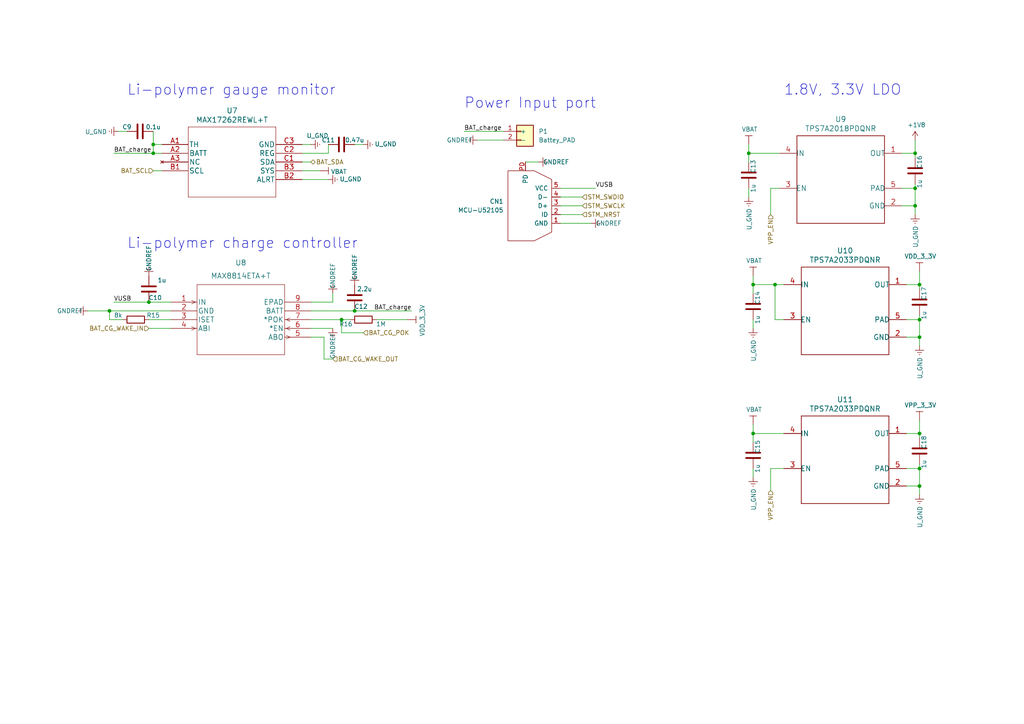
<source format=kicad_sch>
(kicad_sch (version 20211123) (generator eeschema)
  (paper "A4")
  (lib_symbols
    (symbol "Device:C" (pin_numbers hide) (pin_names (offset 0.254))
      (property "Reference" "C" (at 0.635 2.54 0))
      (property "Value" "C" (at 0.635 -2.54 0))
      (symbol "C_0_1"
        (polyline (pts (xy -2.032 -0.762) (xy 2.032 -0.762)) (stroke (width 0.508)))
        (polyline (pts (xy -2.032 0.762) (xy 2.032 0.762)) (stroke (width 0.508)))
      )
      (symbol "C_1_1"
        (pin passive line (at 0 3.81 270) (length 2.794) (name "~") (number "1"))
        (pin passive line (at 0 -3.81 90) (length 2.794) (name "~") (number "2"))
      )
    )
    (symbol "Device:R" (pin_numbers hide) (pin_names (offset 0))
      (property "Reference" "R" (at 2.032 0 90))
      (property "Value" "R" (at 0 0 90))
      (symbol "R_0_1"
        (rectangle (start -1.016 -2.54) (end 1.016 2.54) (stroke (width 0.254)))
      )
      (symbol "R_1_1"
        (pin passive line (at 0 3.81 270) (length 1.27) (name "~") (number "1"))
        (pin passive line (at 0 -3.81 90) (length 1.27) (name "~") (number "2"))
      )
    )
    (symbol "User_library:Battey_PAD" (pin_names (offset 1.016))
      (property "Reference" "P" (at 1.016 3.048 0))
      (property "Value" "Battey_PAD" (at 0.508 -5.842 0))
      (symbol "Battey_PAD_1_1"
        (rectangle (start -1.27 -2.413) (end 0 -2.667) (stroke (width 0.1524)))
        (rectangle (start -1.27 0.127) (end 0 -0.127) (stroke (width 0.1524)))
        (rectangle (start -1.27 1.778) (end 3.556 -4.318) (stroke (width 0.254)) (fill (type background)))
        (pin power_in line (at -5.08 0 0) (length 3.81) (name "+") (number "1"))
        (pin power_out line (at -5.08 -2.54 0) (length 3.81) (name "-") (number "2"))
      )
    )
    (symbol "User_library:MAX8814ETA+T" (pin_names (offset 0.254))
      (property "Reference" "U" (at 20.32 10.16 0))
      (property "Value" "MAX8814ETA+T" (at 20.32 7.62 0))
      (symbol "MAX8814ETA+T_1_1"
        (polyline (pts (xy 7.112 -7.62) (xy 6.0452 -8.128)) (stroke (width 0.127)))
        (polyline (pts (xy 7.112 -7.62) (xy 6.0452 -7.112)) (stroke (width 0.127)))
        (polyline (pts (xy 7.112 0) (xy 6.0452 -0.508)) (stroke (width 0.127)))
        (polyline (pts (xy 7.112 0) (xy 6.0452 0.508)) (stroke (width 0.127)))
        (polyline (pts (xy 7.62 -15.24) (xy 33.02 -15.24)) (stroke (width 0.127)))
        (polyline (pts (xy 7.62 5.08) (xy 7.62 -15.24)) (stroke (width 0.127)))
        (polyline (pts (xy 33.02 -15.24) (xy 33.02 5.08)) (stroke (width 0.127)))
        (polyline (pts (xy 33.02 5.08) (xy 7.62 5.08)) (stroke (width 0.127)))
        (polyline (pts (xy 33.528 -10.668) (xy 34.5948 -10.16)) (stroke (width 0.127)))
        (polyline (pts (xy 33.528 -9.652) (xy 34.5948 -10.16)) (stroke (width 0.127)))
        (polyline (pts (xy 33.528 -7.62) (xy 34.5948 -8.128)) (stroke (width 0.127)))
        (polyline (pts (xy 33.528 -7.62) (xy 34.5948 -7.112)) (stroke (width 0.127)))
        (polyline (pts (xy 33.528 -5.08) (xy 34.5948 -5.588)) (stroke (width 0.127)))
        (polyline (pts (xy 33.528 -5.08) (xy 34.5948 -4.572)) (stroke (width 0.127)))
        (pin input line (at 0 0 0) (length 7.62) (name "IN") (number "1"))
        (pin power_in line (at 0 -2.54 0) (length 7.62) (name "GND") (number "2"))
        (pin unspecified line (at 0 -5.08 0) (length 7.62) (name "ISET") (number "3"))
        (pin input line (at 0 -7.62 0) (length 7.62) (name "ABI") (number "4"))
        (pin output line (at 40.64 -10.16 180) (length 7.62) (name "ABO") (number "5"))
        (pin input line (at 40.64 -7.62 180) (length 7.62) (name "*EN") (number "6"))
        (pin input line (at 40.64 -5.08 180) (length 7.62) (name "*POK") (number "7"))
        (pin power_in line (at 40.64 -2.54 180) (length 7.62) (name "BATT") (number "8"))
        (pin unspecified line (at 40.64 0 180) (length 7.62) (name "EPAD") (number "9"))
      )
    )
    (symbol "User_library:MCU-U52105" (pin_names (offset 1.016))
      (property "Reference" "CN" (at 10.16 16.51 0))
      (property "Value" "MCU-U52105" (at 10.16 13.97 0))
      (symbol "MCU-U52105_0_1"
        (polyline (pts (xy 2.54 0) (xy 0 5.08) (xy 0 12.7) (xy 20.32 12.7) (xy 20.32 5.08) (xy 17.78 0) (xy 2.54 0)))
      )
      (symbol "MCU-U52105_1_1"
        (pin power_out line (at 5.08 -2.54 90) (length 2.54) (name "GND") (number "1"))
        (pin bidirectional line (at 7.62 -2.54 90) (length 2.54) (name "ID") (number "2"))
        (pin bidirectional line (at 10.16 -2.54 90) (length 2.54) (name "D+") (number "3"))
        (pin bidirectional line (at 12.7 -2.54 90) (length 2.54) (name "D-") (number "4"))
        (pin power_in line (at 15.24 -2.54 90) (length 2.54) (name "VCC") (number "5"))
        (pin bidirectional line (at 22.86 7.62 180) (length 2.54) (name "PD") (number "PD"))
      )
    )
    (symbol "User_library:TPS7A2018PDQNR" (pin_names (offset -0.254))
      (property "Reference" "U" (at -11.43 13.97 0))
      (property "Value" "User_library_TPS7A2018PDQNR" (at 0 -13.97 0))
      (symbol "TPS7A2018PDQNR_1_1"
        (polyline (pts (xy -12.7 -12.7) (xy 12.7 -12.7)) (stroke (width 0.2032)))
        (polyline (pts (xy -12.7 12.7) (xy -12.7 -12.7)) (stroke (width 0.2032)))
        (polyline (pts (xy 12.7 -12.7) (xy 12.7 12.7)) (stroke (width 0.2032)))
        (polyline (pts (xy 12.7 12.7) (xy -12.7 12.7)) (stroke (width 0.2032)))
        (pin power_in line (at 17.78 7.62 180) (length 5.08) (name "OUT") (number "1"))
        (pin power_in line (at 17.78 -7.62 180) (length 5.08) (name "GND") (number "2"))
        (pin input line (at -17.78 -2.54 0) (length 5.08) (name "EN") (number "3"))
        (pin power_in line (at -17.78 7.62 0) (length 5.08) (name "IN") (number "4"))
        (pin unspecified line (at 17.78 -2.54 180) (length 5.08) (name "PAD") (number "5"))
      )
    )
    (symbol "User_library:TPS7A2033PDQNR" (pin_names (offset -0.254))
      (property "Reference" "U" (at -11.43 13.97 0))
      (property "Value" "User_library_TPS7A2033PDQNR" (at 0 -13.97 0))
      (symbol "TPS7A2033PDQNR_1_1"
        (polyline (pts (xy -12.7 -12.7) (xy 12.7 -12.7)) (stroke (width 0.2032)))
        (polyline (pts (xy -12.7 12.7) (xy -12.7 -12.7)) (stroke (width 0.2032)))
        (polyline (pts (xy 12.7 -12.7) (xy 12.7 12.7)) (stroke (width 0.2032)))
        (polyline (pts (xy 12.7 12.7) (xy -12.7 12.7)) (stroke (width 0.2032)))
        (pin power_in line (at 17.78 7.62 180) (length 5.08) (name "OUT") (number "1"))
        (pin power_in line (at 17.78 -7.62 180) (length 5.08) (name "GND") (number "2"))
        (pin input line (at -17.78 -2.54 0) (length 5.08) (name "EN") (number "3"))
        (pin power_in line (at -17.78 7.62 0) (length 5.08) (name "IN") (number "4"))
        (pin unspecified line (at 17.78 -2.54 180) (length 5.08) (name "PAD") (number "5"))
      )
    )
    (symbol "User_power:GND" (power) (pin_names (offset 0))
      (property "Value" "User_power_GND" (at 0 -3.81 0))
      (symbol "GND_0_1"
        (polyline (pts (xy -0.635 -1.905) (xy 0.635 -1.905)))
        (polyline (pts (xy -0.127 -2.54) (xy 0.127 -2.54)))
        (polyline (pts (xy 0 -1.27) (xy 0 0)))
        (polyline (pts (xy 1.27 -1.27) (xy -1.27 -1.27)))
      )
      (symbol "GND_1_1"
        (pin power_in line (at 0 0 270) (length 0) hide (name "U_GND") (number "1"))
      )
    )
    (symbol "User_power:VBAT" (power) (pin_names (offset 0))
      (property "Value" "User_power_VBAT" (at 0 3.81 0))
      (symbol "VBAT_0_1"
        (polyline (pts (xy -1.016 2.54) (xy 0 2.54)))
        (polyline (pts (xy 0 0) (xy 0 2.54)))
        (polyline (pts (xy 0 2.54) (xy 1.016 2.54)))
      )
      (symbol "VBAT_1_1"
        (pin power_in line (at 0 0 90) (length 0) hide (name "VBAT") (number "1"))
      )
    )
    (symbol "User_power:VDD_3.3V" (power) (pin_names (offset 0))
      (property "Value" "VDD_3.3V" (at 0 3.81 0))
      (symbol "VDD_3.3V_0_1"
        (polyline (pts (xy -1.016 2.54) (xy 0 2.54)))
        (polyline (pts (xy 0 0) (xy 0 2.54)))
        (polyline (pts (xy 0 2.54) (xy 1.016 2.54)))
      )
      (symbol "VDD_3.3V_1_1"
        (pin power_in line (at 0 0 90) (length 0) hide (name "VDD_3_3V") (number "1"))
      )
    )
    (symbol "User_power:VPP_3.3V" (power) (pin_names (offset 0))
      (property "Value" "User_power_VPP_3.3V" (at 0 3.81 0))
      (symbol "VPP_3.3V_0_1"
        (polyline (pts (xy -1.016 2.54) (xy 0 2.54)))
        (polyline (pts (xy 0 0) (xy 0 2.54)))
        (polyline (pts (xy 0 2.54) (xy 1.016 2.54)))
      )
      (symbol "VPP_3.3V_1_1"
        (pin power_in line (at 0 0 90) (length 0) hide (name "VPP_3_3V") (number "1"))
      )
    )
    (symbol "mcu_V1-rescue:MAX17262REWL+T-User_library" (pin_names (offset 0.254))
      (property "Reference" "U" (at 17.78 6.35 0))
      (property "Value" "MAX17262REWL+T-User_library" (at 20.32 -16.51 0))
      (symbol "MAX17262REWL+T-User_library_1_1"
        (polyline (pts (xy 7.62 -15.24) (xy 33.02 -15.24)) (stroke (width 0.127)))
        (polyline (pts (xy 7.62 5.08) (xy 7.62 -15.24)) (stroke (width 0.127)))
        (polyline (pts (xy 33.02 -15.24) (xy 33.02 5.08)) (stroke (width 0.127)))
        (polyline (pts (xy 33.02 5.08) (xy 7.62 5.08)) (stroke (width 0.127)))
        (pin input line (at 0 0 0) (length 7.62) (name "TH") (number "A1"))
        (pin unspecified line (at 0 -2.54 0) (length 7.62) (name "BATT") (number "A2"))
        (pin no_connect line (at 0 -5.08 0) (length 7.62) (name "NC") (number "A3"))
        (pin input line (at 0 -7.62 0) (length 7.62) (name "SCL") (number "B1"))
        (pin output line (at 40.64 -10.16 180) (length 7.62) (name "ALRT") (number "B2"))
        (pin unspecified line (at 40.64 -7.62 180) (length 7.62) (name "SYS") (number "B3"))
        (pin bidirectional line (at 40.64 -5.08 180) (length 7.62) (name "SDA") (number "C1"))
        (pin output line (at 40.64 -2.54 180) (length 7.62) (name "REG") (number "C2"))
        (pin power_in line (at 40.64 0 180) (length 7.62) (name "GND") (number "C3"))
      )
    )
    (symbol "power:+1V8" (power) (pin_names (offset 0))
      (property "Value" "+1V8" (at 0 3.556 0))
      (symbol "+1V8_0_1"
        (polyline (pts (xy -0.762 1.27) (xy 0 2.54)))
        (polyline (pts (xy 0 0) (xy 0 2.54)))
        (polyline (pts (xy 0 2.54) (xy 0.762 1.27)))
      )
      (symbol "+1V8_1_1"
        (pin power_in line (at 0 0 90) (length 0) hide (name "+1V8") (number "1"))
      )
    )
    (symbol "sensor_V1-rescue:GND-User_power" (power) (pin_names (offset 0))
      (property "Value" "GND-User_power" (at 0 -3.81 0))
      (symbol "GND-User_power_0_1"
        (polyline (pts (xy -0.635 -1.905) (xy 0.635 -1.905)))
        (polyline (pts (xy -0.127 -2.54) (xy 0.127 -2.54)))
        (polyline (pts (xy 0 -1.27) (xy 0 0)))
        (polyline (pts (xy 1.27 -1.27) (xy -1.27 -1.27)))
      )
      (symbol "GND-User_power_1_1"
        (pin power_in line (at 0 0 270) (length 0) hide (name "GNDREF") (number "1"))
      )
    )
  )
  (junction (at 265.43 59.69))
  (junction (at 44.45 44.45))
  (junction (at 265.43 54.61))
  (junction (at 266.7 97.79))
  (junction (at 266.7 125.73))
  (junction (at 99.06 92.71))
  (junction (at 218.44 125.73))
  (junction (at 266.7 135.89))
  (junction (at 266.7 92.71))
  (junction (at 31.75 90.17))
  (junction (at 266.7 82.55))
  (junction (at 102.87 90.17))
  (junction (at 218.44 82.55))
  (junction (at 217.17 44.45))
  (junction (at 43.18 87.63))
  (junction (at 44.45 41.91))
  (junction (at 224.79 82.55))
  (junction (at 266.7 140.97))
  (junction (at 265.43 44.45))
  (wire (pts (xy 95.25 44.45) (xy 95.25 41.91)))
  (wire (pts (xy 223.52 135.89) (xy 223.52 142.24)))
  (wire (pts (xy 266.7 83.82) (xy 266.7 82.55)))
  (wire (pts (xy 262.89 135.89) (xy 266.7 135.89)))
  (wire (pts (xy 218.44 85.09) (xy 218.44 82.55)))
  (wire (pts (xy 109.22 92.71) (xy 118.11 92.71)))
  (wire (pts (xy 266.7 125.73) (xy 266.7 121.92)))
  (wire (pts (xy 31.75 90.17) (xy 31.75 92.71)))
  (wire (pts (xy 46.99 41.91) (xy 44.45 41.91)))
  (wire (pts (xy 262.89 92.71) (xy 266.7 92.71)))
  (wire (pts (xy 218.44 82.55) (xy 218.44 80.01)))
  (wire (pts (xy 265.43 44.45) (xy 265.43 40.64)))
  (wire (pts (xy 227.33 135.89) (xy 223.52 135.89)))
  (wire (pts (xy 162.56 54.61) (xy 172.72 54.61)))
  (wire (pts (xy 266.7 82.55) (xy 262.89 82.55)))
  (wire (pts (xy 266.7 92.71) (xy 266.7 91.44)))
  (wire (pts (xy 93.98 97.79) (xy 93.98 104.14)))
  (wire (pts (xy 102.87 90.17) (xy 119.38 90.17)))
  (wire (pts (xy 99.06 92.71) (xy 99.06 96.52)))
  (wire (pts (xy 87.63 46.99) (xy 90.17 46.99)))
  (wire (pts (xy 266.7 140.97) (xy 266.7 135.89)))
  (wire (pts (xy 35.56 92.71) (xy 31.75 92.71)))
  (wire (pts (xy 266.7 97.79) (xy 266.7 92.71)))
  (wire (pts (xy 162.56 64.77) (xy 171.45 64.77)))
  (wire (pts (xy 261.62 54.61) (xy 265.43 54.61)))
  (wire (pts (xy 102.87 41.91) (xy 105.41 41.91)))
  (wire (pts (xy 44.45 44.45) (xy 46.99 44.45)))
  (wire (pts (xy 266.7 135.89) (xy 266.7 134.62)))
  (wire (pts (xy 90.17 41.91) (xy 87.63 41.91)))
  (wire (pts (xy 224.79 82.55) (xy 224.79 92.71)))
  (wire (pts (xy 265.43 45.72) (xy 265.43 44.45)))
  (wire (pts (xy 96.52 87.63) (xy 96.52 85.09)))
  (wire (pts (xy 261.62 59.69) (xy 265.43 59.69)))
  (wire (pts (xy 217.17 44.45) (xy 217.17 41.91)))
  (wire (pts (xy 90.17 95.25) (xy 96.52 95.25)))
  (wire (pts (xy 266.7 82.55) (xy 266.7 78.74)))
  (wire (pts (xy 90.17 92.71) (xy 99.06 92.71)))
  (wire (pts (xy 265.43 59.69) (xy 265.43 54.61)))
  (wire (pts (xy 218.44 92.71) (xy 218.44 95.25)))
  (wire (pts (xy 224.79 82.55) (xy 227.33 82.55)))
  (wire (pts (xy 218.44 125.73) (xy 227.33 125.73)))
  (wire (pts (xy 36.83 38.1) (xy 34.29 38.1)))
  (wire (pts (xy 218.44 82.55) (xy 224.79 82.55)))
  (wire (pts (xy 266.7 125.73) (xy 262.89 125.73)))
  (wire (pts (xy 134.62 38.1) (xy 146.05 38.1)))
  (wire (pts (xy 44.45 41.91) (xy 44.45 38.1)))
  (wire (pts (xy 266.7 127) (xy 266.7 125.73)))
  (wire (pts (xy 33.02 87.63) (xy 43.18 87.63)))
  (wire (pts (xy 223.52 54.61) (xy 226.06 54.61)))
  (wire (pts (xy 93.98 104.14) (xy 96.52 104.14)))
  (wire (pts (xy 218.44 128.27) (xy 218.44 125.73)))
  (wire (pts (xy 217.17 44.45) (xy 226.06 44.45)))
  (wire (pts (xy 90.17 97.79) (xy 93.98 97.79)))
  (wire (pts (xy 162.56 57.15) (xy 168.91 57.15)))
  (wire (pts (xy 44.45 49.53) (xy 46.99 49.53)))
  (wire (pts (xy 33.02 44.45) (xy 44.45 44.45)))
  (wire (pts (xy 152.4 46.99) (xy 156.21 46.99)))
  (wire (pts (xy 92.71 49.53) (xy 87.63 49.53)))
  (wire (pts (xy 99.06 92.71) (xy 101.6 92.71)))
  (wire (pts (xy 31.75 90.17) (xy 49.53 90.17)))
  (wire (pts (xy 262.89 97.79) (xy 266.7 97.79)))
  (wire (pts (xy 217.17 54.61) (xy 217.17 57.15)))
  (wire (pts (xy 218.44 135.89) (xy 218.44 138.43)))
  (wire (pts (xy 223.52 54.61) (xy 223.52 62.23)))
  (wire (pts (xy 43.18 92.71) (xy 49.53 92.71)))
  (wire (pts (xy 218.44 125.73) (xy 218.44 123.19)))
  (wire (pts (xy 162.56 59.69) (xy 168.91 59.69)))
  (wire (pts (xy 266.7 143.51) (xy 266.7 140.97)))
  (wire (pts (xy 217.17 46.99) (xy 217.17 44.45)))
  (wire (pts (xy 90.17 90.17) (xy 102.87 90.17)))
  (wire (pts (xy 87.63 52.07) (xy 95.25 52.07)))
  (wire (pts (xy 227.33 92.71) (xy 224.79 92.71)))
  (wire (pts (xy 265.43 44.45) (xy 261.62 44.45)))
  (wire (pts (xy 43.18 87.63) (xy 49.53 87.63)))
  (wire (pts (xy 266.7 100.33) (xy 266.7 97.79)))
  (wire (pts (xy 265.43 62.23) (xy 265.43 59.69)))
  (wire (pts (xy 87.63 44.45) (xy 95.25 44.45)))
  (wire (pts (xy 25.4 90.17) (xy 31.75 90.17)))
  (wire (pts (xy 162.56 62.23) (xy 168.91 62.23)))
  (wire (pts (xy 138.43 40.64) (xy 146.05 40.64)))
  (wire (pts (xy 105.41 96.52) (xy 99.06 96.52)))
  (wire (pts (xy 43.18 95.25) (xy 49.53 95.25)))
  (wire (pts (xy 44.45 41.91) (xy 44.45 44.45)))
  (wire (pts (xy 265.43 54.61) (xy 265.43 53.34)))
  (wire (pts (xy 262.89 140.97) (xy 266.7 140.97)))
  (wire (pts (xy 90.17 87.63) (xy 96.52 87.63)))
  (text "Power Input port" (at 134.62 31.75 0) (effects (font (size 3 3)) (justify left bottom)))
  (text "Li-polymer gauge monitor" (at 36.83 27.94 0) (effects (font (size 3 3)) (justify left bottom)))
  (text "1.8V, 3.3V LDO" (at 227.33 27.94 0) (effects (font (size 3 3)) (justify left bottom)))
  (text "Li-polymer charge controller" (at 36.83 72.39 0) (effects (font (size 3 3)) (justify left bottom)))
  (label "BAT_charge" (at 119.38 90.17 180))
  (label "VUSB" (at 33.02 87.63 0))
  (label "BAT_charge" (at 33.02 44.45 0))
  (label "BAT_charge" (at 134.62 38.1 0))
  (label "VUSB" (at 172.72 54.61 0))
  (hierarchical_label "VPP_EN" (shape input) (at 223.52 142.24 270))
  (hierarchical_label "STM_SWDIO" (shape input) (at 168.91 57.15 0))
  (hierarchical_label "STM_SWCLK" (shape input) (at 168.91 59.69 0))
  (hierarchical_label "STM_NRST" (shape input) (at 168.91 62.23 0))
  (hierarchical_label "BAT_CG_WAKE_IN" (shape input) (at 43.18 95.25 180))
  (hierarchical_label "VPP_EN" (shape input) (at 223.52 62.23 270))
  (hierarchical_label "BAT_CG_WAKE_OUT" (shape input) (at 96.52 104.14 0))
  (hierarchical_label "BAT_SCL" (shape input) (at 44.45 49.53 180))
  (hierarchical_label "BAT_CG_POK" (shape input) (at 105.41 96.52 0))
  (hierarchical_label "BAT_SDA" (shape bidirectional) (at 90.17 46.99 0))
  (symbol (lib_id "User_library:TPS7A2033PDQNR") (at 245.11 90.17 0) (unit 1)
    (property "Reference" "U10" (at 245.11 72.6948 0) (effects (font (size 1.524 1.524))))
    (property "Value" "TPS7A2033PDQNR" (at 245.11 75.3872 0) (effects (font (size 1.524 1.524))))
    (property "Footprint" "User_library:X2SON-4PIN" (effects hide))
  )
  (symbol (lib_id "Device:R") (at 39.37 92.71 90) (unit 1)
    (property "Reference" "R15" (at 44.45 91.44 90))
    (property "Value" "8k" (at 34.29 91.44 90))
    (property "Footprint" "Resistor_SMD:R_0402_1005Metric" (effects hide))
  )
  (symbol (lib_id "power:+1V8") (at 265.43 40.64 0) (unit 1)
    (property "Reference" "#PWR051" (effects hide))
    (property "Value" "+1V8" (at 265.811 36.2458 0))
  )
  (symbol (lib_id "sensor_V1-rescue:GND-User_power") (at 138.43 40.64 270) (unit 1)
    (property "Reference" "#PWR042" (effects hide))
    (property "Value" "GND" (at 133.35 40.64 90))
  )
  (symbol (lib_id "sensor_V1-rescue:GND-User_power") (at 96.52 95.25 0) (unit 1)
    (property "Reference" "#PWR038" (effects hide))
    (property "Value" "GND" (at 96.52 100.33 90))
  )
  (symbol (lib_id "User_power:GND") (at 266.7 100.33 0) (unit 1)
    (property "Reference" "#PWR054" (effects hide))
    (property "Value" "GND" (at 266.827 103.5812 90) (effects (justify right)))
  )
  (symbol (lib_id "User_power:VDD_3.3V") (at 266.7 78.74 0) (unit 1)
    (property "Reference" "#PWR053" (effects hide))
    (property "Value" "VDD_3.3V" (at 266.954 74.3458 0))
  )
  (symbol (lib_id "User_power:VBAT") (at 218.44 80.01 0) (unit 1)
    (property "Reference" "#PWR047" (effects hide))
    (property "Value" "VBAT" (at 218.694 75.6158 0))
  )
  (symbol (lib_id "Device:C") (at 218.44 132.08 180) (unit 1)
    (property "Reference" "C15" (at 219.71 129.54 90))
    (property "Value" "1u" (at 219.71 135.89 90))
    (property "Footprint" "User_library:UL_C_0402_1005Metric" (effects hide))
  )
  (symbol (lib_id "User_power:VBAT") (at 217.17 41.91 0) (unit 1)
    (property "Reference" "#PWR045" (effects hide))
    (property "Value" "VBAT" (at 217.424 37.5158 0))
  )
  (symbol (lib_id "User_library:TPS7A2033PDQNR") (at 245.11 133.35 0) (unit 1)
    (property "Reference" "U11" (at 245.11 115.8748 0) (effects (font (size 1.524 1.524))))
    (property "Value" "TPS7A2033PDQNR" (at 245.11 118.5672 0) (effects (font (size 1.524 1.524))))
    (property "Footprint" "User_library:X2SON-4PIN" (effects hide))
  )
  (symbol (lib_id "User_power:GND") (at 90.17 41.91 90) (unit 1)
    (property "Reference" "#PWR034" (effects hide))
    (property "Value" "GND" (at 88.9 39.37 90) (effects (justify right)))
  )
  (symbol (lib_id "User_library:Battey_PAD") (at 151.13 38.1 0) (unit 1)
    (property "Reference" "P1" (at 156.21 38.0999 0) (effects (justify left)))
    (property "Value" "Battey_PAD" (at 156.21 40.6399 0) (effects (justify left)))
    (property "Footprint" "User_library:Battey_PAD" (effects hide))
  )
  (symbol (lib_id "User_power:GND") (at 218.44 95.25 0) (unit 1)
    (property "Reference" "#PWR048" (effects hide))
    (property "Value" "GND" (at 218.567 98.5012 90) (effects (justify right)))
  )
  (symbol (lib_id "sensor_V1-rescue:GND-User_power") (at 25.4 90.17 270) (unit 1)
    (property "Reference" "#PWR031" (effects hide))
    (property "Value" "GND" (at 20.32 90.17 90))
  )
  (symbol (lib_id "Device:C") (at 102.87 86.36 180) (unit 1)
    (property "Reference" "C12" (at 106.68 88.9 0) (effects (justify left)))
    (property "Value" "2.2u" (at 107.95 83.82 0) (effects (justify left)))
    (property "Footprint" "User_library:UL_C_0402_1005Metric" (effects hide))
  )
  (symbol (lib_id "sensor_V1-rescue:GND-User_power") (at 96.52 85.09 180) (unit 1)
    (property "Reference" "#PWR037" (effects hide))
    (property "Value" "GND" (at 96.52 80.01 90))
  )
  (symbol (lib_id "sensor_V1-rescue:GND-User_power") (at 156.21 46.99 90) (unit 1)
    (property "Reference" "#PWR043" (effects hide))
    (property "Value" "GND" (at 161.29 46.99 90))
  )
  (symbol (lib_id "User_power:VBAT") (at 92.71 49.53 270) (unit 1)
    (property "Reference" "#PWR035" (effects hide))
    (property "Value" "VBAT" (at 95.9612 49.784 90) (effects (justify left)))
  )
  (symbol (lib_id "User_power:GND") (at 265.43 62.23 0) (unit 1)
    (property "Reference" "#PWR052" (effects hide))
    (property "Value" "GND" (at 265.557 65.4812 90) (effects (justify right)))
  )
  (symbol (lib_id "Device:C") (at 217.17 50.8 180) (unit 1)
    (property "Reference" "C13" (at 218.44 48.26 90))
    (property "Value" "1u" (at 218.44 54.61 90))
    (property "Footprint" "User_library:UL_C_0402_1005Metric" (effects hide))
  )
  (symbol (lib_id "Device:C") (at 218.44 88.9 180) (unit 1)
    (property "Reference" "C14" (at 219.71 86.36 90))
    (property "Value" "1u" (at 219.71 92.71 90))
    (property "Footprint" "User_library:UL_C_0402_1005Metric" (effects hide))
  )
  (symbol (lib_id "User_power:VDD_3.3V") (at 118.11 92.71 270) (unit 1)
    (property "Reference" "#PWR041" (effects hide))
    (property "Value" "VDD_3.3V" (at 122.5042 92.964 0))
  )
  (symbol (lib_id "Device:C") (at 266.7 130.81 180) (unit 1)
    (property "Reference" "C18" (at 267.97 128.27 90))
    (property "Value" "1u" (at 267.97 134.62 90))
    (property "Footprint" "User_library:UL_C_0402_1005Metric" (effects hide))
  )
  (symbol (lib_id "User_power:GND") (at 217.17 57.15 0) (unit 1)
    (property "Reference" "#PWR046" (effects hide))
    (property "Value" "GND" (at 217.297 60.4012 90) (effects (justify right)))
  )
  (symbol (lib_id "User_library:TPS7A2018PDQNR") (at 243.84 52.07 0) (unit 1)
    (property "Reference" "U9" (at 243.84 34.5948 0) (effects (font (size 1.524 1.524))))
    (property "Value" "TPS7A2018PDQNR" (at 243.84 37.2872 0) (effects (font (size 1.524 1.524))))
    (property "Footprint" "User_library:X2SON-4PIN" (effects hide))
  )
  (symbol (lib_id "User_library:MCU-U52105") (at 160.02 69.85 90) (unit 1)
    (property "Reference" "CN1" (at 146.05 58.4199 90) (effects (justify left)))
    (property "Value" "MCU-U52105" (at 146.05 60.9599 90) (effects (justify left)))
    (property "Footprint" "User_library:MCU-U52105" (effects hide))
  )
  (symbol (lib_id "User_power:VBAT") (at 218.44 123.19 0) (unit 1)
    (property "Reference" "#PWR049" (effects hide))
    (property "Value" "VBAT" (at 218.694 118.7958 0))
  )
  (symbol (lib_id "User_power:GND") (at 218.44 138.43 0) (unit 1)
    (property "Reference" "#PWR050" (effects hide))
    (property "Value" "GND" (at 218.567 141.6812 90) (effects (justify right)))
  )
  (symbol (lib_id "User_power:GND") (at 95.25 52.07 90) (unit 1)
    (property "Reference" "#PWR036" (effects hide))
    (property "Value" "GND" (at 98.5012 51.943 90) (effects (justify right)))
  )
  (symbol (lib_id "User_power:VPP_3.3V") (at 266.7 121.92 0) (unit 1)
    (property "Reference" "#PWR055" (effects hide))
    (property "Value" "VPP_3.3V" (at 266.954 117.5258 0))
  )
  (symbol (lib_id "Device:R") (at 105.41 92.71 270) (unit 1)
    (property "Reference" "R16" (at 100.33 93.98 90))
    (property "Value" "1M" (at 110.49 93.98 90))
    (property "Footprint" "Resistor_SMD:R_0402_1005Metric" (effects hide))
  )
  (symbol (lib_id "User_library:MAX8814ETA+T") (at 49.53 87.63 0) (unit 1)
    (property "Reference" "U8" (at 69.85 76.2 0) (effects (font (size 1.524 1.524))))
    (property "Value" "MAX8814ETA+T" (at 69.85 80.01 0) (effects (font (size 1.524 1.524))))
    (property "Footprint" "User_library:MAX8814ETA&plus_T" (effects hide))
  )
  (symbol (lib_id "Device:C") (at 99.06 41.91 270) (unit 1)
    (property "Reference" "C11" (at 95.25 40.64 90))
    (property "Value" "0.47u" (at 102.87 40.64 90))
    (property "Footprint" "User_library:UL_C_0402_1005Metric" (effects hide))
  )
  (symbol (lib_id "User_power:GND") (at 34.29 38.1 270) (unit 1)
    (property "Reference" "#PWR032" (effects hide))
    (property "Value" "GND" (at 31.0388 38.227 90) (effects (justify right)))
  )
  (symbol (lib_id "Device:C") (at 265.43 49.53 180) (unit 1)
    (property "Reference" "C16" (at 266.7 46.99 90))
    (property "Value" "1u" (at 266.7 53.34 90))
    (property "Footprint" "User_library:UL_C_0402_1005Metric" (effects hide))
  )
  (symbol (lib_id "Device:C") (at 40.64 38.1 90) (unit 1)
    (property "Reference" "C9" (at 36.83 36.83 90))
    (property "Value" "0.1u" (at 44.45 36.83 90))
    (property "Footprint" "User_library:UL_C_0402_1005Metric" (effects hide))
  )
  (symbol (lib_id "sensor_V1-rescue:GND-User_power") (at 171.45 64.77 90) (unit 1)
    (property "Reference" "#PWR044" (effects hide))
    (property "Value" "GND" (at 176.53 64.77 90))
  )
  (symbol (lib_id "sensor_V1-rescue:GND-User_power") (at 43.18 80.01 180) (unit 1)
    (property "Reference" "#PWR033" (effects hide))
    (property "Value" "GND" (at 43.18 74.93 90))
  )
  (symbol (lib_id "User_power:GND") (at 105.41 41.91 90) (unit 1)
    (property "Reference" "#PWR040" (effects hide))
    (property "Value" "GND" (at 108.6612 41.783 90) (effects (justify right)))
  )
  (symbol (lib_id "Device:C") (at 266.7 87.63 180) (unit 1)
    (property "Reference" "C17" (at 267.97 85.09 90))
    (property "Value" "1u" (at 267.97 91.44 90))
    (property "Footprint" "User_library:UL_C_0402_1005Metric" (effects hide))
  )
  (symbol (lib_id "Device:C") (at 43.18 83.82 180) (unit 1)
    (property "Reference" "C10" (at 46.99 86.36 0) (effects (justify left)))
    (property "Value" "1u" (at 48.26 81.28 0) (effects (justify left)))
    (property "Footprint" "User_library:UL_C_0402_1005Metric" (effects hide))
  )
  (symbol (lib_id "mcu_V1-rescue:MAX17262REWL+T-User_library") (at 46.99 41.91 0) (unit 1)
    (property "Reference" "U7" (at 67.31 32.0802 0) (effects (font (size 1.524 1.524))))
    (property "Value" "MAX17262REWL+T" (at 67.31 34.7726 0) (effects (font (size 1.524 1.524))))
    (property "Footprint" "User_library:MAX17262REWL&plus_T" (effects hide))
  )
  (symbol (lib_id "sensor_V1-rescue:GND-User_power") (at 102.87 82.55 180) (unit 1)
    (property "Reference" "#PWR039" (effects hide))
    (property "Value" "GND" (at 102.87 77.47 90))
  )
  (symbol (lib_id "User_power:GND") (at 266.7 143.51 0) (unit 1)
    (property "Reference" "#PWR056" (effects hide))
    (property "Value" "GND" (at 266.827 146.7612 90) (effects (justify right)))
  )
)
</source>
